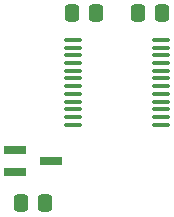
<source format=gtp>
G04 #@! TF.GenerationSoftware,KiCad,Pcbnew,(6.0.1)*
G04 #@! TF.CreationDate,2022-07-05T01:19:30-07:00*
G04 #@! TF.ProjectId,mu100-dit,6d753130-302d-4646-9974-2e6b69636164,rev?*
G04 #@! TF.SameCoordinates,PX4a25ef0PY4c3f880*
G04 #@! TF.FileFunction,Paste,Top*
G04 #@! TF.FilePolarity,Positive*
%FSLAX46Y46*%
G04 Gerber Fmt 4.6, Leading zero omitted, Abs format (unit mm)*
G04 Created by KiCad (PCBNEW (6.0.1)) date 2022-07-05 01:19:30*
%MOMM*%
%LPD*%
G01*
G04 APERTURE LIST*
G04 Aperture macros list*
%AMRoundRect*
0 Rectangle with rounded corners*
0 $1 Rounding radius*
0 $2 $3 $4 $5 $6 $7 $8 $9 X,Y pos of 4 corners*
0 Add a 4 corners polygon primitive as box body*
4,1,4,$2,$3,$4,$5,$6,$7,$8,$9,$2,$3,0*
0 Add four circle primitives for the rounded corners*
1,1,$1+$1,$2,$3*
1,1,$1+$1,$4,$5*
1,1,$1+$1,$6,$7*
1,1,$1+$1,$8,$9*
0 Add four rect primitives between the rounded corners*
20,1,$1+$1,$2,$3,$4,$5,0*
20,1,$1+$1,$4,$5,$6,$7,0*
20,1,$1+$1,$6,$7,$8,$9,0*
20,1,$1+$1,$8,$9,$2,$3,0*%
G04 Aperture macros list end*
%ADD10RoundRect,0.250000X-0.337500X-0.475000X0.337500X-0.475000X0.337500X0.475000X-0.337500X0.475000X0*%
%ADD11RoundRect,0.100000X-0.637500X-0.100000X0.637500X-0.100000X0.637500X0.100000X-0.637500X0.100000X0*%
%ADD12R,1.900000X0.800000*%
%ADD13RoundRect,0.250000X0.337500X0.475000X-0.337500X0.475000X-0.337500X-0.475000X0.337500X-0.475000X0*%
G04 APERTURE END LIST*
D10*
X3542500Y-37275000D03*
X5617500Y-37275000D03*
D11*
X7989500Y-23461427D03*
X7989500Y-24111427D03*
X7989500Y-24761427D03*
X7989500Y-25411427D03*
X7989500Y-26061427D03*
X7989500Y-26711427D03*
X7989500Y-27361427D03*
X7989500Y-28011427D03*
X7989500Y-28661427D03*
X7989500Y-29311427D03*
X7989500Y-29961427D03*
X7989500Y-30611427D03*
X15414500Y-30611427D03*
X15414500Y-29961427D03*
X15414500Y-29311427D03*
X15414500Y-28661427D03*
X15414500Y-28011427D03*
X15414500Y-27361427D03*
X15414500Y-26711427D03*
X15414500Y-26061427D03*
X15414500Y-25411427D03*
X15414500Y-24761427D03*
X15414500Y-24111427D03*
X15414500Y-23461427D03*
D10*
X13458500Y-21188000D03*
X15533500Y-21188000D03*
D12*
X3080000Y-32750000D03*
X3080000Y-34650000D03*
X6080000Y-33700000D03*
D13*
X9945500Y-21188000D03*
X7870500Y-21188000D03*
M02*

</source>
